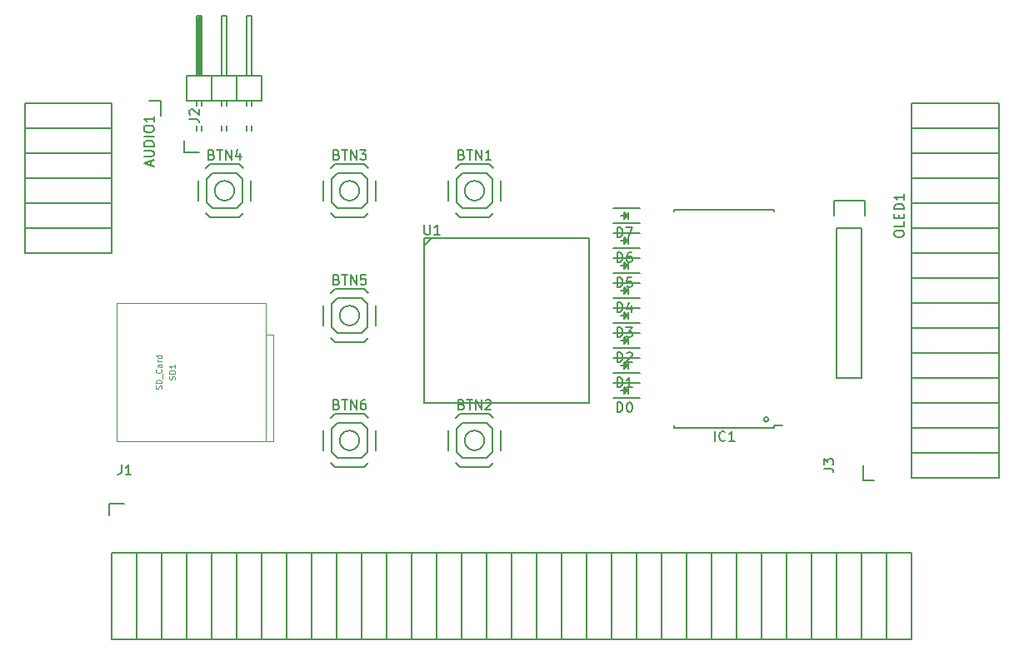
<source format=gbr>
G04 #@! TF.FileFunction,Legend,Top*
%FSLAX46Y46*%
G04 Gerber Fmt 4.6, Leading zero omitted, Abs format (unit mm)*
G04 Created by KiCad (PCBNEW 4.0.5+dfsg1-4) date Sun Mar 26 16:44:12 2017*
%MOMM*%
%LPD*%
G01*
G04 APERTURE LIST*
%ADD10C,0.100000*%
%ADD11C,0.010160*%
%ADD12C,0.150000*%
%ADD13C,0.124460*%
G04 APERTURE END LIST*
D10*
D11*
X111000000Y-86230000D02*
X111800000Y-86230000D01*
X111800000Y-86230000D02*
X111800000Y-97030000D01*
X111800000Y-97030000D02*
X111000000Y-97030000D01*
X95800000Y-83030000D02*
X111000000Y-83030000D01*
X111000000Y-83030000D02*
X111000000Y-97030000D01*
X111000000Y-97030000D02*
X95800000Y-97030000D01*
X95800000Y-97030000D02*
X95800000Y-83030000D01*
D12*
X176650000Y-108410000D02*
X176650000Y-117240000D01*
X174110000Y-108410000D02*
X176650000Y-108410000D01*
X174110000Y-117240000D02*
X176650000Y-117240000D01*
X176650000Y-117240000D02*
X176650000Y-108410000D01*
X174110000Y-117240000D02*
X174110000Y-108410000D01*
X171570000Y-117240000D02*
X174110000Y-117240000D01*
X171570000Y-108410000D02*
X174110000Y-108410000D01*
X174110000Y-108410000D02*
X174110000Y-117240000D01*
X151250000Y-117240000D02*
X151250000Y-108410000D01*
X148710000Y-117240000D02*
X151250000Y-117240000D01*
X148710000Y-108410000D02*
X151250000Y-108410000D01*
X151250000Y-108410000D02*
X151250000Y-117240000D01*
X148710000Y-108410000D02*
X148710000Y-117240000D01*
X146170000Y-108410000D02*
X148710000Y-108410000D01*
X146170000Y-117240000D02*
X148710000Y-117240000D01*
X148710000Y-117240000D02*
X148710000Y-108410000D01*
X146170000Y-117240000D02*
X146170000Y-108410000D01*
X143630000Y-117240000D02*
X146170000Y-117240000D01*
X143630000Y-108410000D02*
X146170000Y-108410000D01*
X146170000Y-108410000D02*
X146170000Y-117240000D01*
X158870000Y-108410000D02*
X158870000Y-117240000D01*
X156330000Y-108410000D02*
X158870000Y-108410000D01*
X156330000Y-117240000D02*
X158870000Y-117240000D01*
X158870000Y-117240000D02*
X158870000Y-108410000D01*
X161410000Y-117240000D02*
X161410000Y-108410000D01*
X158870000Y-117240000D02*
X161410000Y-117240000D01*
X158870000Y-108410000D02*
X161410000Y-108410000D01*
X161410000Y-108410000D02*
X161410000Y-117240000D01*
X163950000Y-108410000D02*
X163950000Y-117240000D01*
X161410000Y-108410000D02*
X163950000Y-108410000D01*
X161410000Y-117240000D02*
X163950000Y-117240000D01*
X163950000Y-117240000D02*
X163950000Y-108410000D01*
X166490000Y-117240000D02*
X166490000Y-108410000D01*
X163950000Y-117240000D02*
X166490000Y-117240000D01*
X163950000Y-108410000D02*
X166490000Y-108410000D01*
X166490000Y-108410000D02*
X166490000Y-117240000D01*
X169030000Y-108410000D02*
X169030000Y-117240000D01*
X166490000Y-108410000D02*
X169030000Y-108410000D01*
X166490000Y-117240000D02*
X169030000Y-117240000D01*
X169030000Y-117240000D02*
X169030000Y-108410000D01*
X156330000Y-117240000D02*
X156330000Y-108410000D01*
X153790000Y-117240000D02*
X156330000Y-117240000D01*
X153790000Y-108410000D02*
X156330000Y-108410000D01*
X156330000Y-108410000D02*
X156330000Y-117240000D01*
X153790000Y-108410000D02*
X153790000Y-117240000D01*
X151250000Y-108410000D02*
X153790000Y-108410000D01*
X151250000Y-117240000D02*
X153790000Y-117240000D01*
X153790000Y-117240000D02*
X153790000Y-108410000D01*
X171570000Y-117240000D02*
X171570000Y-108410000D01*
X169030000Y-117240000D02*
X171570000Y-117240000D01*
X169030000Y-108410000D02*
X171570000Y-108410000D01*
X171570000Y-108410000D02*
X171570000Y-117240000D01*
X143630000Y-108410000D02*
X143630000Y-117240000D01*
X141090000Y-108410000D02*
X143630000Y-108410000D01*
X141090000Y-117240000D02*
X143630000Y-117240000D01*
X143630000Y-117240000D02*
X143630000Y-108410000D01*
X125850000Y-117240000D02*
X125850000Y-108410000D01*
X123310000Y-117240000D02*
X125850000Y-117240000D01*
X123310000Y-108410000D02*
X125850000Y-108410000D01*
X125850000Y-108410000D02*
X125850000Y-117240000D01*
X128390000Y-108410000D02*
X128390000Y-117240000D01*
X125850000Y-108410000D02*
X128390000Y-108410000D01*
X125850000Y-117240000D02*
X128390000Y-117240000D01*
X128390000Y-117240000D02*
X128390000Y-108410000D01*
X141090000Y-117240000D02*
X141090000Y-108410000D01*
X138550000Y-117240000D02*
X141090000Y-117240000D01*
X138550000Y-108410000D02*
X141090000Y-108410000D01*
X141090000Y-108410000D02*
X141090000Y-117240000D01*
X138550000Y-108410000D02*
X138550000Y-117240000D01*
X136010000Y-108410000D02*
X138550000Y-108410000D01*
X136010000Y-117240000D02*
X138550000Y-117240000D01*
X138550000Y-117240000D02*
X138550000Y-108410000D01*
X136010000Y-117240000D02*
X136010000Y-108410000D01*
X133470000Y-117240000D02*
X136010000Y-117240000D01*
X133470000Y-108410000D02*
X136010000Y-108410000D01*
X136010000Y-108410000D02*
X136010000Y-117240000D01*
X133470000Y-108410000D02*
X133470000Y-117240000D01*
X130930000Y-108410000D02*
X133470000Y-108410000D01*
X130930000Y-117240000D02*
X133470000Y-117240000D01*
X133470000Y-117240000D02*
X133470000Y-108410000D01*
X130930000Y-117240000D02*
X130930000Y-108410000D01*
X128390000Y-117240000D02*
X130930000Y-117240000D01*
X128390000Y-108410000D02*
X130930000Y-108410000D01*
X130930000Y-108410000D02*
X130930000Y-117240000D01*
X113150000Y-108410000D02*
X113150000Y-117240000D01*
X110610000Y-108410000D02*
X113150000Y-108410000D01*
X110610000Y-117240000D02*
X113150000Y-117240000D01*
X113150000Y-117240000D02*
X113150000Y-108410000D01*
X115690000Y-117240000D02*
X115690000Y-108410000D01*
X113150000Y-117240000D02*
X115690000Y-117240000D01*
X113150000Y-108410000D02*
X115690000Y-108410000D01*
X115690000Y-108410000D02*
X115690000Y-117240000D01*
X118230000Y-108410000D02*
X118230000Y-117240000D01*
X115690000Y-108410000D02*
X118230000Y-108410000D01*
X115690000Y-117240000D02*
X118230000Y-117240000D01*
X118230000Y-117240000D02*
X118230000Y-108410000D01*
X120770000Y-117240000D02*
X120770000Y-108410000D01*
X118230000Y-117240000D02*
X120770000Y-117240000D01*
X118230000Y-108410000D02*
X120770000Y-108410000D01*
X120770000Y-108410000D02*
X120770000Y-117240000D01*
X123310000Y-108410000D02*
X123310000Y-117240000D01*
X120770000Y-108410000D02*
X123310000Y-108410000D01*
X120770000Y-117240000D02*
X123310000Y-117240000D01*
X123310000Y-117240000D02*
X123310000Y-108410000D01*
X110610000Y-117240000D02*
X110610000Y-108410000D01*
X108070000Y-117240000D02*
X110610000Y-117240000D01*
X108070000Y-108410000D02*
X110610000Y-108410000D01*
X110610000Y-108410000D02*
X110610000Y-117240000D01*
X108070000Y-108410000D02*
X108070000Y-117240000D01*
X105530000Y-108410000D02*
X108070000Y-108410000D01*
X105530000Y-117240000D02*
X108070000Y-117240000D01*
X108070000Y-117240000D02*
X108070000Y-108410000D01*
X105530000Y-117240000D02*
X105530000Y-108410000D01*
X102990000Y-117240000D02*
X105530000Y-117240000D01*
X102990000Y-108410000D02*
X105530000Y-108410000D01*
X105530000Y-108410000D02*
X105530000Y-117240000D01*
X102990000Y-108410000D02*
X102990000Y-117240000D01*
X100450000Y-108410000D02*
X102990000Y-108410000D01*
X100450000Y-117240000D02*
X102990000Y-117240000D01*
X102990000Y-117240000D02*
X102990000Y-108410000D01*
X100450000Y-117240000D02*
X100450000Y-108410000D01*
X97910000Y-117240000D02*
X100450000Y-117240000D01*
X97910000Y-108410000D02*
X100450000Y-108410000D01*
X100450000Y-108410000D02*
X100450000Y-117240000D01*
X97910000Y-108410000D02*
X97910000Y-117240000D01*
X95370000Y-108410000D02*
X97910000Y-108410000D01*
X96640000Y-103450000D02*
X95090000Y-103450000D01*
X95090000Y-103450000D02*
X95090000Y-104600000D01*
X95370000Y-108410000D02*
X95370000Y-117240000D01*
X95370000Y-117240000D02*
X97910000Y-117240000D01*
X97910000Y-117240000D02*
X97910000Y-108410000D01*
X185480000Y-83010000D02*
X176650000Y-83010000D01*
X185480000Y-85550000D02*
X185480000Y-83010000D01*
X176650000Y-85550000D02*
X176650000Y-83010000D01*
X176650000Y-83010000D02*
X185480000Y-83010000D01*
X176650000Y-80470000D02*
X185480000Y-80470000D01*
X176650000Y-83010000D02*
X176650000Y-80470000D01*
X185480000Y-83010000D02*
X185480000Y-80470000D01*
X185480000Y-80470000D02*
X176650000Y-80470000D01*
X185480000Y-77930000D02*
X176650000Y-77930000D01*
X185480000Y-80470000D02*
X185480000Y-77930000D01*
X176650000Y-80470000D02*
X176650000Y-77930000D01*
X176650000Y-77930000D02*
X185480000Y-77930000D01*
X176650000Y-75390000D02*
X185480000Y-75390000D01*
X176650000Y-77930000D02*
X176650000Y-75390000D01*
X185480000Y-77930000D02*
X185480000Y-75390000D01*
X185480000Y-75390000D02*
X176650000Y-75390000D01*
X176650000Y-72850000D02*
X185480000Y-72850000D01*
X176650000Y-75390000D02*
X176650000Y-72850000D01*
X185480000Y-75390000D02*
X185480000Y-72850000D01*
X185480000Y-72850000D02*
X176650000Y-72850000D01*
X185480000Y-70310000D02*
X176650000Y-70310000D01*
X185480000Y-72850000D02*
X185480000Y-70310000D01*
X176650000Y-72850000D02*
X176650000Y-70310000D01*
X176650000Y-70310000D02*
X185480000Y-70310000D01*
X176650000Y-67770000D02*
X185480000Y-67770000D01*
X176650000Y-70310000D02*
X176650000Y-67770000D01*
X185480000Y-70310000D02*
X185480000Y-67770000D01*
X185480000Y-67770000D02*
X176650000Y-67770000D01*
X185480000Y-65230000D02*
X176650000Y-65230000D01*
X185480000Y-67770000D02*
X185480000Y-65230000D01*
X176650000Y-67770000D02*
X176650000Y-65230000D01*
X176650000Y-65230000D02*
X185480000Y-65230000D01*
X176650000Y-62690000D02*
X185480000Y-62690000D01*
X176650000Y-65230000D02*
X176650000Y-62690000D01*
X185480000Y-65230000D02*
X185480000Y-62690000D01*
X185480000Y-62690000D02*
X176650000Y-62690000D01*
X185480000Y-85550000D02*
X176650000Y-85550000D01*
X185480000Y-88090000D02*
X185480000Y-85550000D01*
X176650000Y-88090000D02*
X176650000Y-85550000D01*
X176650000Y-85550000D02*
X185480000Y-85550000D01*
X176650000Y-88090000D02*
X185480000Y-88090000D01*
X176650000Y-90630000D02*
X176650000Y-88090000D01*
X185480000Y-90630000D02*
X185480000Y-88090000D01*
X185480000Y-88090000D02*
X176650000Y-88090000D01*
X185480000Y-90630000D02*
X176650000Y-90630000D01*
X185480000Y-93170000D02*
X185480000Y-90630000D01*
X176650000Y-93170000D02*
X176650000Y-90630000D01*
X176650000Y-90630000D02*
X185480000Y-90630000D01*
X176650000Y-93170000D02*
X185480000Y-93170000D01*
X176650000Y-95710000D02*
X176650000Y-93170000D01*
X185480000Y-95710000D02*
X185480000Y-93170000D01*
X185480000Y-93170000D02*
X176650000Y-93170000D01*
X185480000Y-95710000D02*
X176650000Y-95710000D01*
X185480000Y-98250000D02*
X185480000Y-95710000D01*
X176650000Y-98250000D02*
X176650000Y-95710000D01*
X176650000Y-95710000D02*
X185480000Y-95710000D01*
X176650000Y-98250000D02*
X185480000Y-98250000D01*
X176650000Y-100790000D02*
X176650000Y-98250000D01*
X171690000Y-99520000D02*
X171690000Y-101070000D01*
X171690000Y-101070000D02*
X172840000Y-101070000D01*
X176650000Y-100790000D02*
X185480000Y-100790000D01*
X185480000Y-100790000D02*
X185480000Y-98250000D01*
X185480000Y-98250000D02*
X176650000Y-98250000D01*
X86540000Y-77930000D02*
X95370000Y-77930000D01*
X86540000Y-75390000D02*
X86540000Y-77930000D01*
X95370000Y-75390000D02*
X95370000Y-77930000D01*
X95370000Y-77930000D02*
X86540000Y-77930000D01*
X95370000Y-75390000D02*
X86540000Y-75390000D01*
X95370000Y-72850000D02*
X95370000Y-75390000D01*
X86540000Y-72850000D02*
X86540000Y-75390000D01*
X86540000Y-75390000D02*
X95370000Y-75390000D01*
X86540000Y-72850000D02*
X95370000Y-72850000D01*
X86540000Y-70310000D02*
X86540000Y-72850000D01*
X95370000Y-70310000D02*
X95370000Y-72850000D01*
X95370000Y-72850000D02*
X86540000Y-72850000D01*
X95370000Y-70310000D02*
X86540000Y-70310000D01*
X95370000Y-67770000D02*
X95370000Y-70310000D01*
X86540000Y-67770000D02*
X86540000Y-70310000D01*
X86540000Y-70310000D02*
X95370000Y-70310000D01*
X86540000Y-67770000D02*
X95370000Y-67770000D01*
X86540000Y-65230000D02*
X86540000Y-67770000D01*
X95370000Y-65230000D02*
X95370000Y-67770000D01*
X95370000Y-67770000D02*
X86540000Y-67770000D01*
X95370000Y-65230000D02*
X86540000Y-65230000D01*
X95370000Y-62690000D02*
X95370000Y-65230000D01*
X100330000Y-63960000D02*
X100330000Y-62410000D01*
X100330000Y-62410000D02*
X99180000Y-62410000D01*
X95370000Y-62690000D02*
X86540000Y-62690000D01*
X86540000Y-62690000D02*
X86540000Y-65230000D01*
X86540000Y-65230000D02*
X95370000Y-65230000D01*
X127080000Y-93200000D02*
X143880000Y-93200000D01*
X143880000Y-93200000D02*
X143880000Y-76400000D01*
X143880000Y-76400000D02*
X127080000Y-76400000D01*
X127080000Y-76400000D02*
X127080000Y-93200000D01*
X127880000Y-76400000D02*
X127080000Y-77200000D01*
X109594000Y-64976000D02*
X109594000Y-65484000D01*
X109086000Y-64976000D02*
X109086000Y-65484000D01*
X107054000Y-64976000D02*
X107054000Y-65484000D01*
X106546000Y-64976000D02*
X106546000Y-65484000D01*
X104514000Y-64976000D02*
X104514000Y-65484000D01*
X104006000Y-64976000D02*
X104006000Y-65484000D01*
X106546000Y-62436000D02*
X106546000Y-62944000D01*
X107054000Y-62436000D02*
X107054000Y-62944000D01*
X109086000Y-62436000D02*
X109086000Y-62944000D01*
X109594000Y-62436000D02*
X109594000Y-62944000D01*
X104006000Y-62436000D02*
X104006000Y-62944000D01*
X104514000Y-62436000D02*
X104514000Y-62944000D01*
X102710000Y-66500000D02*
X102710000Y-67650000D01*
X102710000Y-67650000D02*
X104260000Y-67650000D01*
X104133000Y-59896000D02*
X104133000Y-53927000D01*
X104133000Y-53927000D02*
X104387000Y-53927000D01*
X104387000Y-53927000D02*
X104387000Y-59769000D01*
X104387000Y-59769000D02*
X104260000Y-59769000D01*
X104260000Y-59769000D02*
X104260000Y-53927000D01*
X105530000Y-62436000D02*
X108070000Y-62436000D01*
X108070000Y-62436000D02*
X108070000Y-59896000D01*
X106546000Y-59896000D02*
X106546000Y-53800000D01*
X106546000Y-53800000D02*
X107054000Y-53800000D01*
X107054000Y-53800000D02*
X107054000Y-59896000D01*
X108070000Y-59896000D02*
X105530000Y-59896000D01*
X110610000Y-62436000D02*
X110610000Y-59896000D01*
X110610000Y-59896000D02*
X108070000Y-59896000D01*
X109594000Y-53800000D02*
X109594000Y-59896000D01*
X109086000Y-53800000D02*
X109594000Y-53800000D01*
X109086000Y-59896000D02*
X109086000Y-53800000D01*
X110610000Y-62436000D02*
X110610000Y-59896000D01*
X108070000Y-62436000D02*
X110610000Y-62436000D01*
X108070000Y-62436000D02*
X108070000Y-59896000D01*
X105530000Y-62436000D02*
X105530000Y-59896000D01*
X105530000Y-59896000D02*
X102990000Y-59896000D01*
X104514000Y-53800000D02*
X104514000Y-59896000D01*
X104006000Y-53800000D02*
X104514000Y-53800000D01*
X104006000Y-59896000D02*
X104006000Y-53800000D01*
X105530000Y-62436000D02*
X105530000Y-59896000D01*
X102990000Y-62436000D02*
X105530000Y-62436000D01*
X102990000Y-62436000D02*
X102990000Y-59896000D01*
X162680000Y-73495000D02*
X162680000Y-73695000D01*
X152520000Y-73495000D02*
X152520000Y-73695000D01*
X162100000Y-94845000D02*
G75*
G03X162100000Y-94845000I-250000J0D01*
G01*
X162680000Y-95495000D02*
X163500000Y-95495000D01*
X162680000Y-95695000D02*
X162680000Y-95495000D01*
X152520000Y-95695000D02*
X152520000Y-95495000D01*
X152520000Y-73485000D02*
X162680000Y-73485000D01*
X162680000Y-95705000D02*
X152520000Y-95705000D01*
X133200000Y-71580000D02*
G75*
G03X133200000Y-71580000I-1000000J0D01*
G01*
X131000000Y-69780000D02*
X133400000Y-69780000D01*
X130400000Y-70380000D02*
X131000000Y-69780000D01*
X130400000Y-72780000D02*
X130400000Y-70380000D01*
X131000000Y-73380000D02*
X130400000Y-72780000D01*
X133400000Y-73380000D02*
X131000000Y-73380000D01*
X134000000Y-72780000D02*
X133400000Y-73380000D01*
X134000000Y-70380000D02*
X134000000Y-72780000D01*
X133400000Y-69780000D02*
X134000000Y-70380000D01*
X130750000Y-68880000D02*
X133650000Y-68880000D01*
X130300000Y-69330000D02*
X130750000Y-68880000D01*
X129500000Y-72580000D02*
X129500000Y-70580000D01*
X130750000Y-74280000D02*
X130300000Y-73830000D01*
X133650000Y-74280000D02*
X130750000Y-74280000D01*
X134100000Y-73830000D02*
X133650000Y-74280000D01*
X134900000Y-70580000D02*
X134900000Y-72580000D01*
X133650000Y-68880000D02*
X134100000Y-69330000D01*
X133200000Y-96980000D02*
G75*
G03X133200000Y-96980000I-1000000J0D01*
G01*
X131000000Y-95180000D02*
X133400000Y-95180000D01*
X130400000Y-95780000D02*
X131000000Y-95180000D01*
X130400000Y-98180000D02*
X130400000Y-95780000D01*
X131000000Y-98780000D02*
X130400000Y-98180000D01*
X133400000Y-98780000D02*
X131000000Y-98780000D01*
X134000000Y-98180000D02*
X133400000Y-98780000D01*
X134000000Y-95780000D02*
X134000000Y-98180000D01*
X133400000Y-95180000D02*
X134000000Y-95780000D01*
X130750000Y-94280000D02*
X133650000Y-94280000D01*
X130300000Y-94730000D02*
X130750000Y-94280000D01*
X129500000Y-97980000D02*
X129500000Y-95980000D01*
X130750000Y-99680000D02*
X130300000Y-99230000D01*
X133650000Y-99680000D02*
X130750000Y-99680000D01*
X134100000Y-99230000D02*
X133650000Y-99680000D01*
X134900000Y-95980000D02*
X134900000Y-97980000D01*
X133650000Y-94280000D02*
X134100000Y-94730000D01*
X120500000Y-71580000D02*
G75*
G03X120500000Y-71580000I-1000000J0D01*
G01*
X118300000Y-69780000D02*
X120700000Y-69780000D01*
X117700000Y-70380000D02*
X118300000Y-69780000D01*
X117700000Y-72780000D02*
X117700000Y-70380000D01*
X118300000Y-73380000D02*
X117700000Y-72780000D01*
X120700000Y-73380000D02*
X118300000Y-73380000D01*
X121300000Y-72780000D02*
X120700000Y-73380000D01*
X121300000Y-70380000D02*
X121300000Y-72780000D01*
X120700000Y-69780000D02*
X121300000Y-70380000D01*
X118050000Y-68880000D02*
X120950000Y-68880000D01*
X117600000Y-69330000D02*
X118050000Y-68880000D01*
X116800000Y-72580000D02*
X116800000Y-70580000D01*
X118050000Y-74280000D02*
X117600000Y-73830000D01*
X120950000Y-74280000D02*
X118050000Y-74280000D01*
X121400000Y-73830000D02*
X120950000Y-74280000D01*
X122200000Y-70580000D02*
X122200000Y-72580000D01*
X120950000Y-68880000D02*
X121400000Y-69330000D01*
X107800000Y-71580000D02*
G75*
G03X107800000Y-71580000I-1000000J0D01*
G01*
X105600000Y-69780000D02*
X108000000Y-69780000D01*
X105000000Y-70380000D02*
X105600000Y-69780000D01*
X105000000Y-72780000D02*
X105000000Y-70380000D01*
X105600000Y-73380000D02*
X105000000Y-72780000D01*
X108000000Y-73380000D02*
X105600000Y-73380000D01*
X108600000Y-72780000D02*
X108000000Y-73380000D01*
X108600000Y-70380000D02*
X108600000Y-72780000D01*
X108000000Y-69780000D02*
X108600000Y-70380000D01*
X105350000Y-68880000D02*
X108250000Y-68880000D01*
X104900000Y-69330000D02*
X105350000Y-68880000D01*
X104100000Y-72580000D02*
X104100000Y-70580000D01*
X105350000Y-74280000D02*
X104900000Y-73830000D01*
X108250000Y-74280000D02*
X105350000Y-74280000D01*
X108700000Y-73830000D02*
X108250000Y-74280000D01*
X109500000Y-70580000D02*
X109500000Y-72580000D01*
X108250000Y-68880000D02*
X108700000Y-69330000D01*
X120500000Y-84280000D02*
G75*
G03X120500000Y-84280000I-1000000J0D01*
G01*
X118300000Y-82480000D02*
X120700000Y-82480000D01*
X117700000Y-83080000D02*
X118300000Y-82480000D01*
X117700000Y-85480000D02*
X117700000Y-83080000D01*
X118300000Y-86080000D02*
X117700000Y-85480000D01*
X120700000Y-86080000D02*
X118300000Y-86080000D01*
X121300000Y-85480000D02*
X120700000Y-86080000D01*
X121300000Y-83080000D02*
X121300000Y-85480000D01*
X120700000Y-82480000D02*
X121300000Y-83080000D01*
X118050000Y-81580000D02*
X120950000Y-81580000D01*
X117600000Y-82030000D02*
X118050000Y-81580000D01*
X116800000Y-85280000D02*
X116800000Y-83280000D01*
X118050000Y-86980000D02*
X117600000Y-86530000D01*
X120950000Y-86980000D02*
X118050000Y-86980000D01*
X121400000Y-86530000D02*
X120950000Y-86980000D01*
X122200000Y-83280000D02*
X122200000Y-85280000D01*
X120950000Y-81580000D02*
X121400000Y-82030000D01*
X120500000Y-96980000D02*
G75*
G03X120500000Y-96980000I-1000000J0D01*
G01*
X118300000Y-95180000D02*
X120700000Y-95180000D01*
X117700000Y-95780000D02*
X118300000Y-95180000D01*
X117700000Y-98180000D02*
X117700000Y-95780000D01*
X118300000Y-98780000D02*
X117700000Y-98180000D01*
X120700000Y-98780000D02*
X118300000Y-98780000D01*
X121300000Y-98180000D02*
X120700000Y-98780000D01*
X121300000Y-95780000D02*
X121300000Y-98180000D01*
X120700000Y-95180000D02*
X121300000Y-95780000D01*
X118050000Y-94280000D02*
X120950000Y-94280000D01*
X117600000Y-94730000D02*
X118050000Y-94280000D01*
X116800000Y-97980000D02*
X116800000Y-95980000D01*
X118050000Y-99680000D02*
X117600000Y-99230000D01*
X120950000Y-99680000D02*
X118050000Y-99680000D01*
X121400000Y-99230000D02*
X120950000Y-99680000D01*
X122200000Y-95980000D02*
X122200000Y-97980000D01*
X120950000Y-94280000D02*
X121400000Y-94730000D01*
X149040000Y-91150000D02*
X146340000Y-91150000D01*
X149040000Y-92650000D02*
X146340000Y-92650000D01*
X147540000Y-91750000D02*
X147540000Y-92000000D01*
X147540000Y-92000000D02*
X147690000Y-91850000D01*
X147790000Y-92250000D02*
X147790000Y-91550000D01*
X147440000Y-91900000D02*
X147090000Y-91900000D01*
X147790000Y-91900000D02*
X147440000Y-92250000D01*
X147440000Y-92250000D02*
X147440000Y-91550000D01*
X147440000Y-91550000D02*
X147790000Y-91900000D01*
X149040000Y-88610000D02*
X146340000Y-88610000D01*
X149040000Y-90110000D02*
X146340000Y-90110000D01*
X147540000Y-89210000D02*
X147540000Y-89460000D01*
X147540000Y-89460000D02*
X147690000Y-89310000D01*
X147790000Y-89710000D02*
X147790000Y-89010000D01*
X147440000Y-89360000D02*
X147090000Y-89360000D01*
X147790000Y-89360000D02*
X147440000Y-89710000D01*
X147440000Y-89710000D02*
X147440000Y-89010000D01*
X147440000Y-89010000D02*
X147790000Y-89360000D01*
X149040000Y-86070000D02*
X146340000Y-86070000D01*
X149040000Y-87570000D02*
X146340000Y-87570000D01*
X147540000Y-86670000D02*
X147540000Y-86920000D01*
X147540000Y-86920000D02*
X147690000Y-86770000D01*
X147790000Y-87170000D02*
X147790000Y-86470000D01*
X147440000Y-86820000D02*
X147090000Y-86820000D01*
X147790000Y-86820000D02*
X147440000Y-87170000D01*
X147440000Y-87170000D02*
X147440000Y-86470000D01*
X147440000Y-86470000D02*
X147790000Y-86820000D01*
X149040000Y-83530000D02*
X146340000Y-83530000D01*
X149040000Y-85030000D02*
X146340000Y-85030000D01*
X147540000Y-84130000D02*
X147540000Y-84380000D01*
X147540000Y-84380000D02*
X147690000Y-84230000D01*
X147790000Y-84630000D02*
X147790000Y-83930000D01*
X147440000Y-84280000D02*
X147090000Y-84280000D01*
X147790000Y-84280000D02*
X147440000Y-84630000D01*
X147440000Y-84630000D02*
X147440000Y-83930000D01*
X147440000Y-83930000D02*
X147790000Y-84280000D01*
X149040000Y-80990000D02*
X146340000Y-80990000D01*
X149040000Y-82490000D02*
X146340000Y-82490000D01*
X147540000Y-81590000D02*
X147540000Y-81840000D01*
X147540000Y-81840000D02*
X147690000Y-81690000D01*
X147790000Y-82090000D02*
X147790000Y-81390000D01*
X147440000Y-81740000D02*
X147090000Y-81740000D01*
X147790000Y-81740000D02*
X147440000Y-82090000D01*
X147440000Y-82090000D02*
X147440000Y-81390000D01*
X147440000Y-81390000D02*
X147790000Y-81740000D01*
X149040000Y-78450000D02*
X146340000Y-78450000D01*
X149040000Y-79950000D02*
X146340000Y-79950000D01*
X147540000Y-79050000D02*
X147540000Y-79300000D01*
X147540000Y-79300000D02*
X147690000Y-79150000D01*
X147790000Y-79550000D02*
X147790000Y-78850000D01*
X147440000Y-79200000D02*
X147090000Y-79200000D01*
X147790000Y-79200000D02*
X147440000Y-79550000D01*
X147440000Y-79550000D02*
X147440000Y-78850000D01*
X147440000Y-78850000D02*
X147790000Y-79200000D01*
X149040000Y-75910000D02*
X146340000Y-75910000D01*
X149040000Y-77410000D02*
X146340000Y-77410000D01*
X147540000Y-76510000D02*
X147540000Y-76760000D01*
X147540000Y-76760000D02*
X147690000Y-76610000D01*
X147790000Y-77010000D02*
X147790000Y-76310000D01*
X147440000Y-76660000D02*
X147090000Y-76660000D01*
X147790000Y-76660000D02*
X147440000Y-77010000D01*
X147440000Y-77010000D02*
X147440000Y-76310000D01*
X147440000Y-76310000D02*
X147790000Y-76660000D01*
X149040000Y-73370000D02*
X146340000Y-73370000D01*
X149040000Y-74870000D02*
X146340000Y-74870000D01*
X147540000Y-73970000D02*
X147540000Y-74220000D01*
X147540000Y-74220000D02*
X147690000Y-74070000D01*
X147790000Y-74470000D02*
X147790000Y-73770000D01*
X147440000Y-74120000D02*
X147090000Y-74120000D01*
X147790000Y-74120000D02*
X147440000Y-74470000D01*
X147440000Y-74470000D02*
X147440000Y-73770000D01*
X147440000Y-73770000D02*
X147790000Y-74120000D01*
X169030000Y-75390000D02*
X169030000Y-90630000D01*
X169030000Y-90630000D02*
X171570000Y-90630000D01*
X171570000Y-90630000D02*
X171570000Y-75390000D01*
X168750000Y-72570000D02*
X168750000Y-74120000D01*
X169030000Y-75390000D02*
X171570000Y-75390000D01*
X171850000Y-74120000D02*
X171850000Y-72570000D01*
X171850000Y-72570000D02*
X168750000Y-72570000D01*
D13*
X101742630Y-90786436D02*
X101771175Y-90700802D01*
X101771175Y-90558078D01*
X101742630Y-90500988D01*
X101714086Y-90472444D01*
X101656996Y-90443899D01*
X101599907Y-90443899D01*
X101542817Y-90472444D01*
X101514272Y-90500988D01*
X101485728Y-90558078D01*
X101457183Y-90672257D01*
X101428638Y-90729346D01*
X101400093Y-90757891D01*
X101343004Y-90786436D01*
X101285914Y-90786436D01*
X101228825Y-90757891D01*
X101200280Y-90729346D01*
X101171735Y-90672257D01*
X101171735Y-90529533D01*
X101200280Y-90443899D01*
X101771175Y-90186996D02*
X101171735Y-90186996D01*
X101171735Y-90044272D01*
X101200280Y-89958638D01*
X101257370Y-89901549D01*
X101314459Y-89873004D01*
X101428638Y-89844459D01*
X101514272Y-89844459D01*
X101628451Y-89873004D01*
X101685541Y-89901549D01*
X101742630Y-89958638D01*
X101771175Y-90044272D01*
X101771175Y-90186996D01*
X101771175Y-89273564D02*
X101771175Y-89616101D01*
X101771175Y-89444832D02*
X101171735Y-89444832D01*
X101257370Y-89501922D01*
X101314459Y-89559011D01*
X101343004Y-89616101D01*
X100392630Y-91756957D02*
X100421175Y-91671323D01*
X100421175Y-91528599D01*
X100392630Y-91471509D01*
X100364086Y-91442965D01*
X100306996Y-91414420D01*
X100249907Y-91414420D01*
X100192817Y-91442965D01*
X100164272Y-91471509D01*
X100135728Y-91528599D01*
X100107183Y-91642778D01*
X100078638Y-91699867D01*
X100050093Y-91728412D01*
X99993004Y-91756957D01*
X99935914Y-91756957D01*
X99878825Y-91728412D01*
X99850280Y-91699867D01*
X99821735Y-91642778D01*
X99821735Y-91500054D01*
X99850280Y-91414420D01*
X100421175Y-91157517D02*
X99821735Y-91157517D01*
X99821735Y-91014793D01*
X99850280Y-90929159D01*
X99907370Y-90872070D01*
X99964459Y-90843525D01*
X100078638Y-90814980D01*
X100164272Y-90814980D01*
X100278451Y-90843525D01*
X100335541Y-90872070D01*
X100392630Y-90929159D01*
X100421175Y-91014793D01*
X100421175Y-91157517D01*
X100478265Y-90700801D02*
X100478265Y-90244085D01*
X100364086Y-89758824D02*
X100392630Y-89787369D01*
X100421175Y-89873003D01*
X100421175Y-89930093D01*
X100392630Y-90015727D01*
X100335541Y-90072816D01*
X100278451Y-90101361D01*
X100164272Y-90129906D01*
X100078638Y-90129906D01*
X99964459Y-90101361D01*
X99907370Y-90072816D01*
X99850280Y-90015727D01*
X99821735Y-89930093D01*
X99821735Y-89873003D01*
X99850280Y-89787369D01*
X99878825Y-89758824D01*
X100421175Y-89245018D02*
X100107183Y-89245018D01*
X100050093Y-89273563D01*
X100021549Y-89330653D01*
X100021549Y-89444832D01*
X100050093Y-89501921D01*
X100392630Y-89245018D02*
X100421175Y-89302108D01*
X100421175Y-89444832D01*
X100392630Y-89501921D01*
X100335541Y-89530466D01*
X100278451Y-89530466D01*
X100221362Y-89501921D01*
X100192817Y-89444832D01*
X100192817Y-89302108D01*
X100164272Y-89245018D01*
X100421175Y-88959571D02*
X100021549Y-88959571D01*
X100135728Y-88959571D02*
X100078638Y-88931026D01*
X100050093Y-88902482D01*
X100021549Y-88845392D01*
X100021549Y-88788303D01*
X100421175Y-88331586D02*
X99821735Y-88331586D01*
X100392630Y-88331586D02*
X100421175Y-88388676D01*
X100421175Y-88502855D01*
X100392630Y-88559944D01*
X100364086Y-88588489D01*
X100306996Y-88617034D01*
X100135728Y-88617034D01*
X100078638Y-88588489D01*
X100050093Y-88559944D01*
X100021549Y-88502855D01*
X100021549Y-88388676D01*
X100050093Y-88331586D01*
D12*
X96306667Y-99452381D02*
X96306667Y-100166667D01*
X96259047Y-100309524D01*
X96163809Y-100404762D01*
X96020952Y-100452381D01*
X95925714Y-100452381D01*
X97306667Y-100452381D02*
X96735238Y-100452381D01*
X97020952Y-100452381D02*
X97020952Y-99452381D01*
X96925714Y-99595238D01*
X96830476Y-99690476D01*
X96735238Y-99738095D01*
X167692381Y-99853333D02*
X168406667Y-99853333D01*
X168549524Y-99900953D01*
X168644762Y-99996191D01*
X168692381Y-100139048D01*
X168692381Y-100234286D01*
X167692381Y-99472381D02*
X167692381Y-98853333D01*
X168073333Y-99186667D01*
X168073333Y-99043809D01*
X168120952Y-98948571D01*
X168168571Y-98900952D01*
X168263810Y-98853333D01*
X168501905Y-98853333D01*
X168597143Y-98900952D01*
X168644762Y-98948571D01*
X168692381Y-99043809D01*
X168692381Y-99329524D01*
X168644762Y-99424762D01*
X168597143Y-99472381D01*
X103232381Y-64293333D02*
X103946667Y-64293333D01*
X104089524Y-64340953D01*
X104184762Y-64436191D01*
X104232381Y-64579048D01*
X104232381Y-64674286D01*
X103327619Y-63864762D02*
X103280000Y-63817143D01*
X103232381Y-63721905D01*
X103232381Y-63483809D01*
X103280000Y-63388571D01*
X103327619Y-63340952D01*
X103422857Y-63293333D01*
X103518095Y-63293333D01*
X103660952Y-63340952D01*
X104232381Y-63912381D01*
X104232381Y-63293333D01*
X127118095Y-75052381D02*
X127118095Y-75861905D01*
X127165714Y-75957143D01*
X127213333Y-76004762D01*
X127308571Y-76052381D01*
X127499048Y-76052381D01*
X127594286Y-76004762D01*
X127641905Y-75957143D01*
X127689524Y-75861905D01*
X127689524Y-75052381D01*
X128689524Y-76052381D02*
X128118095Y-76052381D01*
X128403809Y-76052381D02*
X128403809Y-75052381D01*
X128308571Y-75195238D01*
X128213333Y-75290476D01*
X128118095Y-75338095D01*
X99326667Y-69000000D02*
X99326667Y-68523809D01*
X99612381Y-69095238D02*
X98612381Y-68761905D01*
X99612381Y-68428571D01*
X98612381Y-68095238D02*
X99421905Y-68095238D01*
X99517143Y-68047619D01*
X99564762Y-68000000D01*
X99612381Y-67904762D01*
X99612381Y-67714285D01*
X99564762Y-67619047D01*
X99517143Y-67571428D01*
X99421905Y-67523809D01*
X98612381Y-67523809D01*
X99612381Y-67047619D02*
X98612381Y-67047619D01*
X98612381Y-66809524D01*
X98660000Y-66666666D01*
X98755238Y-66571428D01*
X98850476Y-66523809D01*
X99040952Y-66476190D01*
X99183810Y-66476190D01*
X99374286Y-66523809D01*
X99469524Y-66571428D01*
X99564762Y-66666666D01*
X99612381Y-66809524D01*
X99612381Y-67047619D01*
X99612381Y-66047619D02*
X98612381Y-66047619D01*
X98612381Y-65380953D02*
X98612381Y-65190476D01*
X98660000Y-65095238D01*
X98755238Y-65000000D01*
X98945714Y-64952381D01*
X99279048Y-64952381D01*
X99469524Y-65000000D01*
X99564762Y-65095238D01*
X99612381Y-65190476D01*
X99612381Y-65380953D01*
X99564762Y-65476191D01*
X99469524Y-65571429D01*
X99279048Y-65619048D01*
X98945714Y-65619048D01*
X98755238Y-65571429D01*
X98660000Y-65476191D01*
X98612381Y-65380953D01*
X99612381Y-64000000D02*
X99612381Y-64571429D01*
X99612381Y-64285715D02*
X98612381Y-64285715D01*
X98755238Y-64380953D01*
X98850476Y-64476191D01*
X98898095Y-64571429D01*
X156623810Y-97047381D02*
X156623810Y-96047381D01*
X157671429Y-96952143D02*
X157623810Y-96999762D01*
X157480953Y-97047381D01*
X157385715Y-97047381D01*
X157242857Y-96999762D01*
X157147619Y-96904524D01*
X157100000Y-96809286D01*
X157052381Y-96618810D01*
X157052381Y-96475952D01*
X157100000Y-96285476D01*
X157147619Y-96190238D01*
X157242857Y-96095000D01*
X157385715Y-96047381D01*
X157480953Y-96047381D01*
X157623810Y-96095000D01*
X157671429Y-96142619D01*
X158623810Y-97047381D02*
X158052381Y-97047381D01*
X158338095Y-97047381D02*
X158338095Y-96047381D01*
X158242857Y-96190238D01*
X158147619Y-96285476D01*
X158052381Y-96333095D01*
X130890477Y-67908571D02*
X131033334Y-67956190D01*
X131080953Y-68003810D01*
X131128572Y-68099048D01*
X131128572Y-68241905D01*
X131080953Y-68337143D01*
X131033334Y-68384762D01*
X130938096Y-68432381D01*
X130557143Y-68432381D01*
X130557143Y-67432381D01*
X130890477Y-67432381D01*
X130985715Y-67480000D01*
X131033334Y-67527619D01*
X131080953Y-67622857D01*
X131080953Y-67718095D01*
X131033334Y-67813333D01*
X130985715Y-67860952D01*
X130890477Y-67908571D01*
X130557143Y-67908571D01*
X131414286Y-67432381D02*
X131985715Y-67432381D01*
X131700000Y-68432381D02*
X131700000Y-67432381D01*
X132319048Y-68432381D02*
X132319048Y-67432381D01*
X132890477Y-68432381D01*
X132890477Y-67432381D01*
X133890477Y-68432381D02*
X133319048Y-68432381D01*
X133604762Y-68432381D02*
X133604762Y-67432381D01*
X133509524Y-67575238D01*
X133414286Y-67670476D01*
X133319048Y-67718095D01*
X130890477Y-93308571D02*
X131033334Y-93356190D01*
X131080953Y-93403810D01*
X131128572Y-93499048D01*
X131128572Y-93641905D01*
X131080953Y-93737143D01*
X131033334Y-93784762D01*
X130938096Y-93832381D01*
X130557143Y-93832381D01*
X130557143Y-92832381D01*
X130890477Y-92832381D01*
X130985715Y-92880000D01*
X131033334Y-92927619D01*
X131080953Y-93022857D01*
X131080953Y-93118095D01*
X131033334Y-93213333D01*
X130985715Y-93260952D01*
X130890477Y-93308571D01*
X130557143Y-93308571D01*
X131414286Y-92832381D02*
X131985715Y-92832381D01*
X131700000Y-93832381D02*
X131700000Y-92832381D01*
X132319048Y-93832381D02*
X132319048Y-92832381D01*
X132890477Y-93832381D01*
X132890477Y-92832381D01*
X133319048Y-92927619D02*
X133366667Y-92880000D01*
X133461905Y-92832381D01*
X133700001Y-92832381D01*
X133795239Y-92880000D01*
X133842858Y-92927619D01*
X133890477Y-93022857D01*
X133890477Y-93118095D01*
X133842858Y-93260952D01*
X133271429Y-93832381D01*
X133890477Y-93832381D01*
X118190477Y-67908571D02*
X118333334Y-67956190D01*
X118380953Y-68003810D01*
X118428572Y-68099048D01*
X118428572Y-68241905D01*
X118380953Y-68337143D01*
X118333334Y-68384762D01*
X118238096Y-68432381D01*
X117857143Y-68432381D01*
X117857143Y-67432381D01*
X118190477Y-67432381D01*
X118285715Y-67480000D01*
X118333334Y-67527619D01*
X118380953Y-67622857D01*
X118380953Y-67718095D01*
X118333334Y-67813333D01*
X118285715Y-67860952D01*
X118190477Y-67908571D01*
X117857143Y-67908571D01*
X118714286Y-67432381D02*
X119285715Y-67432381D01*
X119000000Y-68432381D02*
X119000000Y-67432381D01*
X119619048Y-68432381D02*
X119619048Y-67432381D01*
X120190477Y-68432381D01*
X120190477Y-67432381D01*
X120571429Y-67432381D02*
X121190477Y-67432381D01*
X120857143Y-67813333D01*
X121000001Y-67813333D01*
X121095239Y-67860952D01*
X121142858Y-67908571D01*
X121190477Y-68003810D01*
X121190477Y-68241905D01*
X121142858Y-68337143D01*
X121095239Y-68384762D01*
X121000001Y-68432381D01*
X120714286Y-68432381D01*
X120619048Y-68384762D01*
X120571429Y-68337143D01*
X105490477Y-67908571D02*
X105633334Y-67956190D01*
X105680953Y-68003810D01*
X105728572Y-68099048D01*
X105728572Y-68241905D01*
X105680953Y-68337143D01*
X105633334Y-68384762D01*
X105538096Y-68432381D01*
X105157143Y-68432381D01*
X105157143Y-67432381D01*
X105490477Y-67432381D01*
X105585715Y-67480000D01*
X105633334Y-67527619D01*
X105680953Y-67622857D01*
X105680953Y-67718095D01*
X105633334Y-67813333D01*
X105585715Y-67860952D01*
X105490477Y-67908571D01*
X105157143Y-67908571D01*
X106014286Y-67432381D02*
X106585715Y-67432381D01*
X106300000Y-68432381D02*
X106300000Y-67432381D01*
X106919048Y-68432381D02*
X106919048Y-67432381D01*
X107490477Y-68432381D01*
X107490477Y-67432381D01*
X108395239Y-67765714D02*
X108395239Y-68432381D01*
X108157143Y-67384762D02*
X107919048Y-68099048D01*
X108538096Y-68099048D01*
X118190477Y-80608571D02*
X118333334Y-80656190D01*
X118380953Y-80703810D01*
X118428572Y-80799048D01*
X118428572Y-80941905D01*
X118380953Y-81037143D01*
X118333334Y-81084762D01*
X118238096Y-81132381D01*
X117857143Y-81132381D01*
X117857143Y-80132381D01*
X118190477Y-80132381D01*
X118285715Y-80180000D01*
X118333334Y-80227619D01*
X118380953Y-80322857D01*
X118380953Y-80418095D01*
X118333334Y-80513333D01*
X118285715Y-80560952D01*
X118190477Y-80608571D01*
X117857143Y-80608571D01*
X118714286Y-80132381D02*
X119285715Y-80132381D01*
X119000000Y-81132381D02*
X119000000Y-80132381D01*
X119619048Y-81132381D02*
X119619048Y-80132381D01*
X120190477Y-81132381D01*
X120190477Y-80132381D01*
X121142858Y-80132381D02*
X120666667Y-80132381D01*
X120619048Y-80608571D01*
X120666667Y-80560952D01*
X120761905Y-80513333D01*
X121000001Y-80513333D01*
X121095239Y-80560952D01*
X121142858Y-80608571D01*
X121190477Y-80703810D01*
X121190477Y-80941905D01*
X121142858Y-81037143D01*
X121095239Y-81084762D01*
X121000001Y-81132381D01*
X120761905Y-81132381D01*
X120666667Y-81084762D01*
X120619048Y-81037143D01*
X118190477Y-93308571D02*
X118333334Y-93356190D01*
X118380953Y-93403810D01*
X118428572Y-93499048D01*
X118428572Y-93641905D01*
X118380953Y-93737143D01*
X118333334Y-93784762D01*
X118238096Y-93832381D01*
X117857143Y-93832381D01*
X117857143Y-92832381D01*
X118190477Y-92832381D01*
X118285715Y-92880000D01*
X118333334Y-92927619D01*
X118380953Y-93022857D01*
X118380953Y-93118095D01*
X118333334Y-93213333D01*
X118285715Y-93260952D01*
X118190477Y-93308571D01*
X117857143Y-93308571D01*
X118714286Y-92832381D02*
X119285715Y-92832381D01*
X119000000Y-93832381D02*
X119000000Y-92832381D01*
X119619048Y-93832381D02*
X119619048Y-92832381D01*
X120190477Y-93832381D01*
X120190477Y-92832381D01*
X121095239Y-92832381D02*
X120904762Y-92832381D01*
X120809524Y-92880000D01*
X120761905Y-92927619D01*
X120666667Y-93070476D01*
X120619048Y-93260952D01*
X120619048Y-93641905D01*
X120666667Y-93737143D01*
X120714286Y-93784762D01*
X120809524Y-93832381D01*
X121000001Y-93832381D01*
X121095239Y-93784762D01*
X121142858Y-93737143D01*
X121190477Y-93641905D01*
X121190477Y-93403810D01*
X121142858Y-93308571D01*
X121095239Y-93260952D01*
X121000001Y-93213333D01*
X120809524Y-93213333D01*
X120714286Y-93260952D01*
X120666667Y-93308571D01*
X120619048Y-93403810D01*
X146701905Y-94102381D02*
X146701905Y-93102381D01*
X146940000Y-93102381D01*
X147082858Y-93150000D01*
X147178096Y-93245238D01*
X147225715Y-93340476D01*
X147273334Y-93530952D01*
X147273334Y-93673810D01*
X147225715Y-93864286D01*
X147178096Y-93959524D01*
X147082858Y-94054762D01*
X146940000Y-94102381D01*
X146701905Y-94102381D01*
X147892381Y-93102381D02*
X147987620Y-93102381D01*
X148082858Y-93150000D01*
X148130477Y-93197619D01*
X148178096Y-93292857D01*
X148225715Y-93483333D01*
X148225715Y-93721429D01*
X148178096Y-93911905D01*
X148130477Y-94007143D01*
X148082858Y-94054762D01*
X147987620Y-94102381D01*
X147892381Y-94102381D01*
X147797143Y-94054762D01*
X147749524Y-94007143D01*
X147701905Y-93911905D01*
X147654286Y-93721429D01*
X147654286Y-93483333D01*
X147701905Y-93292857D01*
X147749524Y-93197619D01*
X147797143Y-93150000D01*
X147892381Y-93102381D01*
X146701905Y-91562381D02*
X146701905Y-90562381D01*
X146940000Y-90562381D01*
X147082858Y-90610000D01*
X147178096Y-90705238D01*
X147225715Y-90800476D01*
X147273334Y-90990952D01*
X147273334Y-91133810D01*
X147225715Y-91324286D01*
X147178096Y-91419524D01*
X147082858Y-91514762D01*
X146940000Y-91562381D01*
X146701905Y-91562381D01*
X148225715Y-91562381D02*
X147654286Y-91562381D01*
X147940000Y-91562381D02*
X147940000Y-90562381D01*
X147844762Y-90705238D01*
X147749524Y-90800476D01*
X147654286Y-90848095D01*
X146701905Y-89022381D02*
X146701905Y-88022381D01*
X146940000Y-88022381D01*
X147082858Y-88070000D01*
X147178096Y-88165238D01*
X147225715Y-88260476D01*
X147273334Y-88450952D01*
X147273334Y-88593810D01*
X147225715Y-88784286D01*
X147178096Y-88879524D01*
X147082858Y-88974762D01*
X146940000Y-89022381D01*
X146701905Y-89022381D01*
X147654286Y-88117619D02*
X147701905Y-88070000D01*
X147797143Y-88022381D01*
X148035239Y-88022381D01*
X148130477Y-88070000D01*
X148178096Y-88117619D01*
X148225715Y-88212857D01*
X148225715Y-88308095D01*
X148178096Y-88450952D01*
X147606667Y-89022381D01*
X148225715Y-89022381D01*
X146701905Y-86482381D02*
X146701905Y-85482381D01*
X146940000Y-85482381D01*
X147082858Y-85530000D01*
X147178096Y-85625238D01*
X147225715Y-85720476D01*
X147273334Y-85910952D01*
X147273334Y-86053810D01*
X147225715Y-86244286D01*
X147178096Y-86339524D01*
X147082858Y-86434762D01*
X146940000Y-86482381D01*
X146701905Y-86482381D01*
X147606667Y-85482381D02*
X148225715Y-85482381D01*
X147892381Y-85863333D01*
X148035239Y-85863333D01*
X148130477Y-85910952D01*
X148178096Y-85958571D01*
X148225715Y-86053810D01*
X148225715Y-86291905D01*
X148178096Y-86387143D01*
X148130477Y-86434762D01*
X148035239Y-86482381D01*
X147749524Y-86482381D01*
X147654286Y-86434762D01*
X147606667Y-86387143D01*
X146701905Y-83942381D02*
X146701905Y-82942381D01*
X146940000Y-82942381D01*
X147082858Y-82990000D01*
X147178096Y-83085238D01*
X147225715Y-83180476D01*
X147273334Y-83370952D01*
X147273334Y-83513810D01*
X147225715Y-83704286D01*
X147178096Y-83799524D01*
X147082858Y-83894762D01*
X146940000Y-83942381D01*
X146701905Y-83942381D01*
X148130477Y-83275714D02*
X148130477Y-83942381D01*
X147892381Y-82894762D02*
X147654286Y-83609048D01*
X148273334Y-83609048D01*
X146701905Y-81402381D02*
X146701905Y-80402381D01*
X146940000Y-80402381D01*
X147082858Y-80450000D01*
X147178096Y-80545238D01*
X147225715Y-80640476D01*
X147273334Y-80830952D01*
X147273334Y-80973810D01*
X147225715Y-81164286D01*
X147178096Y-81259524D01*
X147082858Y-81354762D01*
X146940000Y-81402381D01*
X146701905Y-81402381D01*
X148178096Y-80402381D02*
X147701905Y-80402381D01*
X147654286Y-80878571D01*
X147701905Y-80830952D01*
X147797143Y-80783333D01*
X148035239Y-80783333D01*
X148130477Y-80830952D01*
X148178096Y-80878571D01*
X148225715Y-80973810D01*
X148225715Y-81211905D01*
X148178096Y-81307143D01*
X148130477Y-81354762D01*
X148035239Y-81402381D01*
X147797143Y-81402381D01*
X147701905Y-81354762D01*
X147654286Y-81307143D01*
X146701905Y-78862381D02*
X146701905Y-77862381D01*
X146940000Y-77862381D01*
X147082858Y-77910000D01*
X147178096Y-78005238D01*
X147225715Y-78100476D01*
X147273334Y-78290952D01*
X147273334Y-78433810D01*
X147225715Y-78624286D01*
X147178096Y-78719524D01*
X147082858Y-78814762D01*
X146940000Y-78862381D01*
X146701905Y-78862381D01*
X148130477Y-77862381D02*
X147940000Y-77862381D01*
X147844762Y-77910000D01*
X147797143Y-77957619D01*
X147701905Y-78100476D01*
X147654286Y-78290952D01*
X147654286Y-78671905D01*
X147701905Y-78767143D01*
X147749524Y-78814762D01*
X147844762Y-78862381D01*
X148035239Y-78862381D01*
X148130477Y-78814762D01*
X148178096Y-78767143D01*
X148225715Y-78671905D01*
X148225715Y-78433810D01*
X148178096Y-78338571D01*
X148130477Y-78290952D01*
X148035239Y-78243333D01*
X147844762Y-78243333D01*
X147749524Y-78290952D01*
X147701905Y-78338571D01*
X147654286Y-78433810D01*
X146701905Y-76322381D02*
X146701905Y-75322381D01*
X146940000Y-75322381D01*
X147082858Y-75370000D01*
X147178096Y-75465238D01*
X147225715Y-75560476D01*
X147273334Y-75750952D01*
X147273334Y-75893810D01*
X147225715Y-76084286D01*
X147178096Y-76179524D01*
X147082858Y-76274762D01*
X146940000Y-76322381D01*
X146701905Y-76322381D01*
X147606667Y-75322381D02*
X148273334Y-75322381D01*
X147844762Y-76322381D01*
X174852381Y-76048572D02*
X174852381Y-75858095D01*
X174900000Y-75762857D01*
X174995238Y-75667619D01*
X175185714Y-75620000D01*
X175519048Y-75620000D01*
X175709524Y-75667619D01*
X175804762Y-75762857D01*
X175852381Y-75858095D01*
X175852381Y-76048572D01*
X175804762Y-76143810D01*
X175709524Y-76239048D01*
X175519048Y-76286667D01*
X175185714Y-76286667D01*
X174995238Y-76239048D01*
X174900000Y-76143810D01*
X174852381Y-76048572D01*
X175852381Y-74715238D02*
X175852381Y-75191429D01*
X174852381Y-75191429D01*
X175328571Y-74381905D02*
X175328571Y-74048571D01*
X175852381Y-73905714D02*
X175852381Y-74381905D01*
X174852381Y-74381905D01*
X174852381Y-73905714D01*
X175852381Y-73477143D02*
X174852381Y-73477143D01*
X174852381Y-73239048D01*
X174900000Y-73096190D01*
X174995238Y-73000952D01*
X175090476Y-72953333D01*
X175280952Y-72905714D01*
X175423810Y-72905714D01*
X175614286Y-72953333D01*
X175709524Y-73000952D01*
X175804762Y-73096190D01*
X175852381Y-73239048D01*
X175852381Y-73477143D01*
X175852381Y-71953333D02*
X175852381Y-72524762D01*
X175852381Y-72239048D02*
X174852381Y-72239048D01*
X174995238Y-72334286D01*
X175090476Y-72429524D01*
X175138095Y-72524762D01*
M02*

</source>
